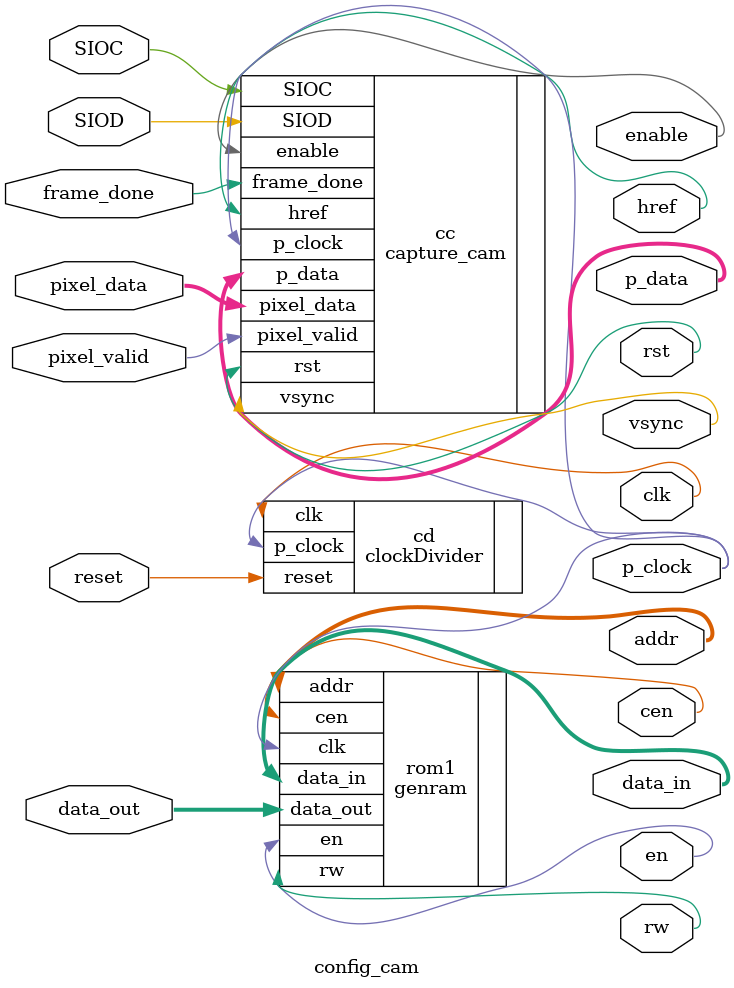
<source format=v>
module config_cam(p_clock, vsync, href, enable, p_data,
                  pixel_data, pixel_valid, clk, addr, rw,
                  en, cen, data_in, data_out, frame_done,
                  rst, reset, SIOC, SIOD);

output p_clock;  //Pulso  // Variables capture_cam
output vsync;   //Posición
output href;	//Posiciòn
output enable;	
output [7:0] p_data; 	//Información byte
input [7:0] pixel_data; //Byte de salida
input pixel_valid;
input frame_done;
input SIOC;
input SIOD;
output rst;
//output power;

 output clk;                      // Variables genram
 output [16: 0] addr;      //-- Direcciones
 output rw;                  //-- Modo lectura (0) o escritura (1)
 output [7: 0] data_in;   //-- Dato de entrada
 output en;                    // -- Control 
 output cen;                   // -- Contador enable
 input [23: 0] data_out;

 input reset;          // Variable auxiliar divisor

  reg contador;
  reg [7:0] y;      // RGB
  reg [7:0] cb;
  reg [7:0] cr;




  capture_cam  cc(.p_clock(p_clock),
  				.vsync(vsync), 
  				.href(href), 
  				.enable(enable), 
  				.p_data(p_data),
  				.pixel_valid(pixel_valid), 
  				.pixel_data(pixel_data), 
  				.frame_done(frame_done),
          .SIOD(SIOD),
          .SIOC(SIOC),
          .rst(rst)
  		);

  genram rom1 (.clk(p_clock),
  		   .addr(addr),
  		   .rw(rw),
  		   .data_in(data_in),
  		   .en(en),
  		   .cen(cen),
  		   .data_out(data_out)
  		   );

  clockDivider cd(.p_clock(p_clock),
                .clk(clk), 
                .reset(reset)
        );



endmodule
</source>
